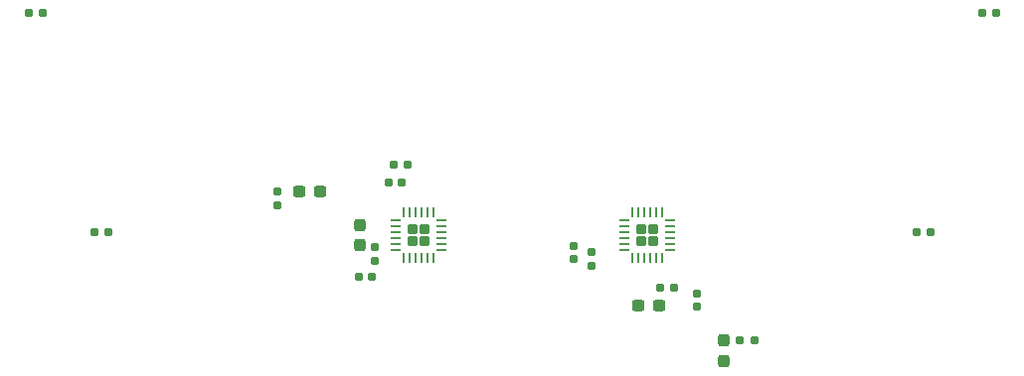
<source format=gbr>
%TF.GenerationSoftware,KiCad,Pcbnew,8.0.3*%
%TF.CreationDate,2024-07-05T23:28:03-07:00*%
%TF.ProjectId,go-kart-esc,676f2d6b-6172-4742-9d65-73632e6b6963,rev?*%
%TF.SameCoordinates,Original*%
%TF.FileFunction,Paste,Bot*%
%TF.FilePolarity,Positive*%
%FSLAX46Y46*%
G04 Gerber Fmt 4.6, Leading zero omitted, Abs format (unit mm)*
G04 Created by KiCad (PCBNEW 8.0.3) date 2024-07-05 23:28:03*
%MOMM*%
%LPD*%
G01*
G04 APERTURE LIST*
G04 Aperture macros list*
%AMRoundRect*
0 Rectangle with rounded corners*
0 $1 Rounding radius*
0 $2 $3 $4 $5 $6 $7 $8 $9 X,Y pos of 4 corners*
0 Add a 4 corners polygon primitive as box body*
4,1,4,$2,$3,$4,$5,$6,$7,$8,$9,$2,$3,0*
0 Add four circle primitives for the rounded corners*
1,1,$1+$1,$2,$3*
1,1,$1+$1,$4,$5*
1,1,$1+$1,$6,$7*
1,1,$1+$1,$8,$9*
0 Add four rect primitives between the rounded corners*
20,1,$1+$1,$2,$3,$4,$5,0*
20,1,$1+$1,$4,$5,$6,$7,0*
20,1,$1+$1,$6,$7,$8,$9,0*
20,1,$1+$1,$8,$9,$2,$3,0*%
G04 Aperture macros list end*
%ADD10RoundRect,0.155000X0.212500X0.155000X-0.212500X0.155000X-0.212500X-0.155000X0.212500X-0.155000X0*%
%ADD11RoundRect,0.160000X0.197500X0.160000X-0.197500X0.160000X-0.197500X-0.160000X0.197500X-0.160000X0*%
%ADD12RoundRect,0.160000X0.160000X-0.197500X0.160000X0.197500X-0.160000X0.197500X-0.160000X-0.197500X0*%
%ADD13RoundRect,0.237500X0.300000X0.237500X-0.300000X0.237500X-0.300000X-0.237500X0.300000X-0.237500X0*%
%ADD14RoundRect,0.212500X0.212500X-0.212500X0.212500X0.212500X-0.212500X0.212500X-0.212500X-0.212500X0*%
%ADD15RoundRect,0.062500X0.062500X-0.375000X0.062500X0.375000X-0.062500X0.375000X-0.062500X-0.375000X0*%
%ADD16RoundRect,0.062500X0.375000X-0.062500X0.375000X0.062500X-0.375000X0.062500X-0.375000X-0.062500X0*%
%ADD17RoundRect,0.160000X-0.197500X-0.160000X0.197500X-0.160000X0.197500X0.160000X-0.197500X0.160000X0*%
%ADD18RoundRect,0.212500X-0.212500X-0.212500X0.212500X-0.212500X0.212500X0.212500X-0.212500X0.212500X0*%
%ADD19RoundRect,0.062500X-0.375000X-0.062500X0.375000X-0.062500X0.375000X0.062500X-0.375000X0.062500X0*%
%ADD20RoundRect,0.062500X-0.062500X-0.375000X0.062500X-0.375000X0.062500X0.375000X-0.062500X0.375000X0*%
%ADD21RoundRect,0.155000X-0.155000X0.212500X-0.155000X-0.212500X0.155000X-0.212500X0.155000X0.212500X0*%
%ADD22RoundRect,0.155000X0.155000X-0.212500X0.155000X0.212500X-0.155000X0.212500X-0.155000X-0.212500X0*%
%ADD23RoundRect,0.237500X0.237500X-0.300000X0.237500X0.300000X-0.237500X0.300000X-0.237500X-0.300000X0*%
%ADD24RoundRect,0.237500X-0.300000X-0.237500X0.300000X-0.237500X0.300000X0.237500X-0.300000X0.237500X0*%
%ADD25RoundRect,0.237500X-0.237500X0.300000X-0.237500X-0.300000X0.237500X-0.300000X0.237500X0.300000X0*%
G04 APERTURE END LIST*
D10*
%TO.C,C203*%
X56067500Y-80500000D03*
X54932500Y-80500000D03*
%TD*%
D11*
%TO.C,R305*%
X25000000Y-67500000D03*
X23805000Y-67500000D03*
%TD*%
D12*
%TO.C,R302*%
X45000000Y-84000000D03*
X45000000Y-82805000D03*
%TD*%
D13*
%TO.C,C502*%
X77475000Y-92475000D03*
X75750000Y-92475000D03*
%TD*%
D14*
%TO.C,U501*%
X75975000Y-87025000D03*
X77025000Y-87025000D03*
X75975000Y-85975000D03*
X77025000Y-85975000D03*
D15*
X77750000Y-88437500D03*
X77250000Y-88437500D03*
X76750000Y-88437500D03*
X76250000Y-88437500D03*
X75750000Y-88437500D03*
X75250000Y-88437500D03*
D16*
X74562500Y-87750000D03*
X74562500Y-87250000D03*
X74562500Y-86750000D03*
X74562500Y-86250000D03*
X74562500Y-85750000D03*
X74562500Y-85250000D03*
D15*
X75250000Y-84562500D03*
X75750000Y-84562500D03*
X76250000Y-84562500D03*
X76750000Y-84562500D03*
X77250000Y-84562500D03*
X77750000Y-84562500D03*
D16*
X78437500Y-85250000D03*
X78437500Y-85750000D03*
X78437500Y-86250000D03*
X78437500Y-86750000D03*
X78437500Y-87250000D03*
X78437500Y-87750000D03*
%TD*%
D17*
%TO.C,TH601*%
X99402500Y-86250000D03*
X100597500Y-86250000D03*
%TD*%
D10*
%TO.C,C501*%
X78750000Y-90975000D03*
X77615000Y-90975000D03*
%TD*%
%TO.C,C205*%
X53045000Y-90062500D03*
X51910000Y-90062500D03*
%TD*%
D18*
%TO.C,U201*%
X56475000Y-85975000D03*
X56475000Y-87025000D03*
X57525000Y-85975000D03*
X57525000Y-87025000D03*
D19*
X55062500Y-87750000D03*
X55062500Y-87250000D03*
X55062500Y-86750000D03*
X55062500Y-86250000D03*
X55062500Y-85750000D03*
X55062500Y-85250000D03*
D20*
X55750000Y-84562500D03*
X56250000Y-84562500D03*
X56750000Y-84562500D03*
X57250000Y-84562500D03*
X57750000Y-84562500D03*
X58250000Y-84562500D03*
D19*
X58937500Y-85250000D03*
X58937500Y-85750000D03*
X58937500Y-86250000D03*
X58937500Y-86750000D03*
X58937500Y-87250000D03*
X58937500Y-87750000D03*
D20*
X58250000Y-88437500D03*
X57750000Y-88437500D03*
X57250000Y-88437500D03*
X56750000Y-88437500D03*
X56250000Y-88437500D03*
X55750000Y-88437500D03*
%TD*%
D17*
%TO.C,R605*%
X105000000Y-67500000D03*
X106195000Y-67500000D03*
%TD*%
D21*
%TO.C,C503*%
X70250000Y-87407500D03*
X70250000Y-88542500D03*
%TD*%
D22*
%TO.C,C201*%
X53250000Y-88697500D03*
X53250000Y-87562500D03*
%TD*%
D23*
%TO.C,C202*%
X52000000Y-87362500D03*
X52000000Y-85637500D03*
%TD*%
D24*
%TO.C,C303*%
X46875000Y-82805000D03*
X48600000Y-82805000D03*
%TD*%
D21*
%TO.C,C505*%
X80750000Y-91475000D03*
X80750000Y-92610000D03*
%TD*%
%TO.C,C504*%
X71750000Y-87975000D03*
X71750000Y-89110000D03*
%TD*%
D25*
%TO.C,C603*%
X83000000Y-95500000D03*
X83000000Y-97225000D03*
%TD*%
D11*
%TO.C,R602*%
X85597500Y-95500000D03*
X84402500Y-95500000D03*
%TD*%
D10*
%TO.C,C204*%
X55567500Y-82000000D03*
X54432500Y-82000000D03*
%TD*%
D11*
%TO.C,TH301*%
X30597500Y-86250000D03*
X29402500Y-86250000D03*
%TD*%
M02*

</source>
